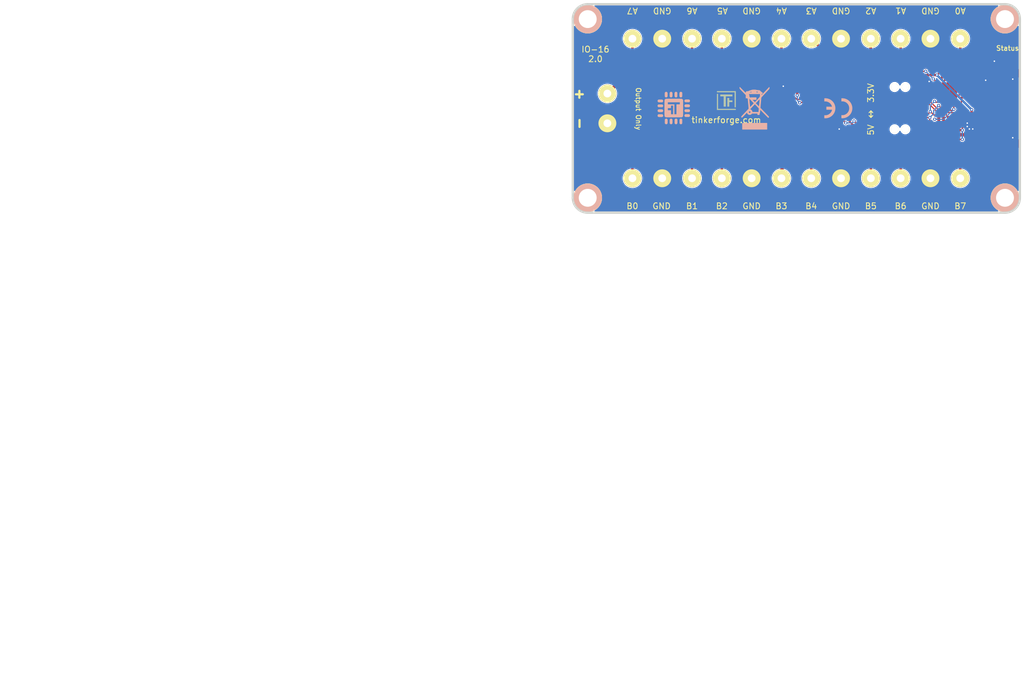
<source format=kicad_pcb>
(kicad_pcb (version 20221018) (generator pcbnew)
  (title_block (title "IO16 Bricklet") (date "2018-03-06") (rev "2.0") (company "Tinkerforge GmbH") (comment 1 "Licensed under CERN OHL v.1.1") (comment 2 "Copyright (©) 2018, L.Lauer <lukas@tinkerforge.com>"))
  (layers (0 "F.Cu" signal "Vorderseite") (31 "B.Cu" signal "Rückseite") (34 "B.Paste" user) (35 "F.Paste" user) (36 "B.SilkS" user "B.Silkscreen") (37 "F.SilkS" user "F.Silkscreen") (38 "B.Mask" user) (39 "F.Mask" user) (44 "Edge.Cuts" user))
  (net 0 "")
  (net 1 "GND")
  (net 2 "SCL")
  (net 3 "SDA")
  (net 4 "VAA")
  (net 5 "VCC")
  (net 6 "Net-(J2-Pad2)")
  (net 7 "Net-(J3-Pad1)")
  (net 8 "Net-(J3-Pad2)")
  (net 9 "Net-(J4-Pad1)")
  (net 10 "Net-(J5-Pad2)")
  (net 11 "Net-(J6-Pad1)")
  (net 12 "Net-(J6-Pad2)")
  (net 13 "Net-(J7-Pad1)")
  (net 14 "Net-(J8-Pad1)")
  (net 15 "Net-(J9-Pad1)")
  (net 16 "Net-(J9-Pad2)")
  (net 17 "Net-(J10-Pad2)")
  (net 18 "Net-(J11-Pad1)")
  (net 19 "Net-(J12-Pad1)")
  (net 20 "Net-(J12-Pad2)")
  (net 21 "Net-(J13-Pad2)")
  (net 22 "Net-(SW1-Pad6)")
  (net 23 "Net-(SW1-Pad5)")
  (net 24 "Net-(SW1-Pad4)")
  (net 25 "Net-(C4-Pad1)")
  (net 26 "Net-(D1-Pad2)")
  (net 27 "Net-(P2-Pad1)")
  (net 28 "Net-(P3-Pad2)")
  (net 29 "Net-(R1-Pad1)")
  (net 30 "RESET")
  (net 31 "INT")
  (net 32 "Net-(P1-Pad4)")
  (net 33 "Net-(P1-Pad5)")
  (net 34 "Net-(P1-Pad6)")
  (net 35 "S-MISO")
  (net 36 "S-MOSI")
  (net 37 "S-CLK")
  (net 38 "S-CS")
  (net 39 "+5V")
  (net 40 "Net-(U1-Pad3)")
  (net 41 "Net-(U1-Pad5)")
  (net 42 "Net-(U1-Pad6)")
  (net 43 "Net-(U1-Pad8)")
  (net 44 "Net-(U1-Pad11)")
  (net 45 "Net-(U1-Pad12)")
  (net 46 "Net-(U1-Pad16)")
  (net 47 "Net-(U1-Pad18)")
  (net 48 "Net-(U1-Pad20)")
  (net 49 "Net-(U1-Pad21)")
  (net 50 "Net-(U1-Pad15)")
  (footprint "kicad-libraries:AKL_5_2" (layer "F.Cu") (at 164 85.32)
    (fp_text reference "J12")
    (fp_text value "AKL_5_2")
  )
  (footprint "kicad-libraries:AKL_5_2" (layer "F.Cu") (at 154 85.32)
    (fp_text reference "J11")
    (fp_text value "AKL_5_2")
  )
  (footprint "kicad-libraries:AKL_5_2" (layer "F.Cu") (at 144 85.32)
    (fp_text reference "J10")
    (fp_text value "AKL_5_2")
  )
  (footprint "kicad-libraries:AKL_5_2" (layer "F.Cu") (at 134 85.32)
    (fp_text reference "J9")
    (fp_text value "AKL_5_2")
  )
  (footprint "kicad-libraries:AKL_5_2" (layer "F.Cu") (at 174 108.75 180)
    (fp_text reference "J7")
    (fp_text value "AKL_5_2")
  )
  (footprint "kicad-libraries:AKL_5_2" (layer "F.Cu") (at 164 108.75 180)
    (fp_text reference "J6")
    (fp_text value "AKL_5_2")
  )
  (footprint "kicad-libraries:AKL_5_2" (layer "F.Cu") (at 154 108.75 180)
    (fp_text reference "J5")
    (fp_text value "AKL_5_2")
  )
  (footprint "kicad-libraries:AKL_5_2" (layer "F.Cu") (at 144 108.75 180)
    (fp_text reference "J4")
    (fp_text value "AKL_5_2")
  )
  (footprint "kicad-libraries:AKL_5_2" (layer "F.Cu") (at 117.29974 97.02546 90)
    (fp_text reference "J1")
    (fp_text value "AKL_5_2")
  )
  (footprint "kicad-libraries:AKL_5_2" (layer "F.Cu") (at 134 108.75 180)
    (fp_text reference "J3")
    (fp_text value "AKL_5_2")
  )
  (footprint "kicad-libraries:AKL_5_2" (layer "F.Cu") (at 174 85.32)
    (fp_text reference "J13")
    (fp_text value "AKL_5_2")
  )
  (footprint "kicad-libraries:AKL_5_2" (layer "F.Cu") (at 124 108.75 180)
    (fp_text reference "J2")
    (fp_text value "AKL_5_2")
  )
  (footprint "kicad-libraries:AKL_5_2" (layer "F.Cu") (at 124 85.32)
    (fp_text reference "J8")
    (fp_text value "AKL_5_2")
  )
  (footprint "kicad-libraries:Logo_31x31" (layer "F.Cu") (at 135.67664 94.12478)
    (fp_text reference "Ref**" hide)
    (fp_text value "Val**" hide)
  )
  (footprint "kicad-libraries:Fiducial_Mark" (layer "F.Cu") (at 180.21 85.05)
    (fp_text reference "Fiducial_Mark" hide)
    (fp_text value "VAL**" hide)
  )
  (footprint "kicad-libraries:Fiducial_Mark" (layer "F.Cu") (at 113 108.03)
    (fp_text reference "Fiducial_Mark" hide)
    (fp_text value "VAL**" hide)
  )
  (footprint "kicad-libraries:SLIDE_SWITCH" (layer "F.Cu") (at 166.38 97.03 90)
    (fp_text reference "SW1")
    (fp_text value "Power_Select")
  )
  (footprint "kicad-libraries:DRILL_NP" (layer "F.Cu") (at 184 82.03)
    (fp_text reference "U4" hide)
    (fp_text value "DRILL" hide)
  )
  (footprint "kicad-libraries:DRILL_NP" (layer "F.Cu") (at 114 82.03 90)
    (fp_text reference "U5" hide)
    (fp_text value "DRILL" hide)
  )
  (footprint "kicad-libraries:DRILL_NP" (layer "F.Cu") (at 114 112.03)
    (fp_text reference "U6" hide)
    (fp_text value "DRILL" hide)
  )
  (footprint "kicad-libraries:DRILL_NP" (layer "F.Cu") (at 184 112.03 180)
    (fp_text reference "U7" hide)
    (fp_text value "DRILL" hide)
  )
  (footprint "kicad-libraries:DEBUG_PAD" (layer "F.Cu") (at 167.88 91.3)
    (fp_text reference "P2")
    (fp_text value "DEBUG")
  )
  (footprint "kicad-libraries:SolderJumper" (layer "F.Cu") (at 181.23 89.1 180)
    (fp_text reference "P3")
    (fp_text value "BOOT")
  )
  (footprint "kicad-libraries:QFN24-4x4mm-0.5mm" (layer "F.Cu") (at 174.66 93.97 -90)
    (fp_text reference "U1")
    (fp_text value "XMC1100")
  )
  (footprint "kicad-libraries:CON-SENSOR2" (layer "F.Cu") (at 186.5 97.03 90)
    (fp_text reference "P1")
    (fp_text value "CON-SENSOR2")
  )
  (footprint "kicad-libraries:TSSOP24-44" (layer "F.Cu") (at 151.42 97.03)
    (fp_text reference "U8")
    (fp_text value "PCAL6416APW")
  )
  (footprint "kicad-libraries:C0805" (layer "F.Cu") (at 179.89 99 -90)
    (fp_text reference "C1")
    (fp_text value "10uF")
  )
  (footprint "kicad-libraries:C0603F" (layer "F.Cu") (at 156.19 99.01 -90)
    (fp_text reference "C2")
    (fp_text value "100nF")
  )
  (footprint "kicad-libraries:C0603F" (layer "F.Cu") (at 146.06 92.57 180)
    (fp_text reference "C3")
    (fp_text value "100nF")
  )
  (footprint "kicad-libraries:C0402F" (layer "F.Cu") (at 180.13 92.8 90)
    (fp_text reference "C4")
    (fp_text value "220pF")
  )
  (footprint "kicad-libraries:C0603F" (layer "F.Cu") (at 178.4 99 -90)
    (fp_text reference "C5")
    (fp_text value "1uF")
  )
  (footprint "kicad-libraries:C0603F" (layer "F.Cu") (at 171.28 93.99 90)
    (fp_text reference "C6")
    (fp_text value "100nF")
  )
  (footprint "kicad-libraries:D0603F" (layer "F.Cu") (at 184.43 88.15)
    (fp_text reference "D1")
    (fp_text value "blue")
  )
  (footprint "kicad-libraries:R0603F" (layer "F.Cu") (at 184.43 89.51)
    (fp_text reference "R1")
    (fp_text value "1k")
  )
  (footprint "kicad-libraries:4X0603" (layer "F.Cu") (at 174.09 99.68 180)
    (fp_text reference "RP1")
    (fp_text value "2k2")
  )
  (footprint "kicad-libraries:4X0402" (layer "F.Cu") (at 179.66 95.13 90)
    (fp_text reference "RP2")
    (fp_text value "82")
  )
  (footprint "kicad-libraries:WEEE_7mm" (layer "B.Cu") (at 142 97 180)
    (fp_text reference "VAL" hide)
    (fp_text value "WEEE_7mm" hide)
  )
  (footprint "kicad-libraries:CE_5mm" (layer "B.Cu") (at 156 97 180)
    (fp_text reference "VAL" hide)
    (fp_text value "CE_5mm" hide)
  )
  (footprint "kicad-libraries:Logo_CoMCU" (layer "B.Cu") (at 128.44 96.96 180)
    (fp_text reference "G***" hide)
    (fp_text value "LOGO" hide)
  )
  (gr_line (start 161.509668 98.533628) (end 161.209948 98.233908) (stroke (width 0.17018)) (layer "F.SilkS"))
  (gr_line (start 161.509668 97.433809) (end 161.809388 97.733529) (stroke (width 0.17018)) (layer "F.SilkS"))
  (gr_line (start 161.509668 98.533628) (end 161.509668 97.631929) (stroke (width 0.17018)) (layer "F.SilkS"))
  (gr_line (start 161.209948 97.733529) (end 161.509668 97.433809) (stroke (width 0.17018)) (layer "F.SilkS"))
  (gr_line (start 161.509668 98.533628) (end 161.809388 98.233908) (stroke (width 0.17018)) (layer "F.SilkS"))
  (gr_line (start 111.5 82.03) (end 111.5 112.03) (stroke (width 0.381)) (layer "Edge.Cuts"))
  (gr_arc (start 184 79.53) (mid 185.767767 80.262233) (end 186.5 82.03) (stroke (width 0.381)) (layer "Edge.Cuts"))
  (gr_line (start 184 79.53) (end 114 79.53) (stroke (width 0.381)) (layer "Edge.Cuts"))
  (gr_line (start 114 114.53) (end 184 114.53) (stroke (width 0.381)) (layer "Edge.Cuts"))
  (gr_arc (start 111.5 82.03) (mid 112.232233 80.262233) (end 114 79.53) (stroke (width 0.381)) (layer "Edge.Cuts"))
  (gr_arc (start 114 114.53) (mid 112.232233 113.797767) (end 111.5 112.03) (stroke (width 0.381)) (layer "Edge.Cuts"))
  (gr_arc (start 186.5 112.03) (mid 185.767767 113.797767) (end 184 114.53) (stroke (width 0.381)) (layer "Edge.Cuts"))
  (gr_line (start 186.5 112.03) (end 186.5 82.03) (stroke (width 0.381)) (layer "Edge.Cuts"))
  (gr_text "Output Only" (at 122.49912 97.09912 270) (layer "F.SilkS") (effects (font (size 0.8001 0.8001) (thickness 0.14986))))
  (gr_text "GND" (at 141.49832 113.4237) (layer "F.SilkS") (effects (font (size 1.00076 1.00076) (thickness 0.14986))))
  (gr_text "+" (at 112.60074 94.54896) (layer "F.SilkS") (effects (font (size 1.50114 1.50114) (thickness 0.37592))))
  (gr_text "B1" (at 131.49834 113.4237) (layer "F.SilkS") (effects (font (size 1.00076 1.00076) (thickness 0.14986))))
  (gr_text "B3" (at 146.49704 113.4237) (layer "F.SilkS") (effects (font (size 1.00076 1.00076) (thickness 0.14986))))
  (gr_text "A0" (at 176.49952 80.62468 180) (layer "F.SilkS") (effects (font (size 1.00076 1.00076) (thickness 0.14986))))
  (gr_text "GND" (at 171.49826 113.4237) (layer "F.SilkS") (effects (font (size 1.00076 1.00076) (thickness 0.14986))))
  (gr_text "A1" (at 166.497 80.62468 180) (layer "F.SilkS") (effects (font (size 1.00076 1.00076) (thickness 0.14986))))
  (gr_text "GND" (at 141.49832 80.62468 180) (layer "F.SilkS") (effects (font (size 1.00076 1.00076) (thickness 0.14986))))
  (gr_text "B6" (at 166.497 113.4237) (layer "F.SilkS") (effects (font (size 1.00076 1.00076) (thickness 0.14986))))
  (gr_text "B0" (at 121.49836 113.4237) (layer "F.SilkS") (effects (font (size 1.00076 1.00076) (thickness 0.14986))))
  (gr_text "B4" (at 151.4983 113.4237) (layer "F.SilkS") (effects (font (size 1.00076 1.00076) (thickness 0.14986))))
  (gr_text "GND" (at 156.49702 80.62468 180) (layer "F.SilkS") (effects (font (size 1.00076 1.00076) (thickness 0.14986))))
  (gr_text "B2" (at 136.49706 113.4237) (layer "F.SilkS") (effects (font (size 1.00076 1.00076) (thickness 0.14986))))
  (gr_text "A7" (at 121.49836 80.62468 180) (layer "F.SilkS") (effects (font (size 1.00076 1.00076) (thickness 0.14986))))
  (gr_text "5V" (at 161.5 100.63 90) (layer "F.SilkS") (effects (font (size 1 1) (thickness 0.14986))))
  (gr_text "A3" (at 151.4983 80.62468 180) (layer "F.SilkS") (effects (font (size 1.00076 1.00076) (thickness 0.14986))))
  (gr_text "B7" (at 176.49952 113.4237) (layer "F.SilkS") (effects (font (size 1.00076 1.00076) (thickness 0.14986))))
  (gr_text "A4" (at 146.49704 80.62468 180) (layer "F.SilkS") (effects (font (size 1.00076 1.00076) (thickness 0.14986))))
  (gr_text "3.3V" (at 161.5 94.43 90) (layer "F.SilkS") (effects (font (size 1 1) (thickness 0.14986))))
  (gr_text "A2" (at 161.49828 80.62468 180) (layer "F.SilkS") (effects (font (size 1.00076 1.00076) (thickness 0.14986))))
  (gr_text "-" (at 112.52454 99.55022 90) (layer "F.SilkS") (effects (font (size 1.50114 1.50114) (thickness 0.37592))))
  (gr_text "A6" (at 131.49834 80.62468 180) (layer "F.SilkS") (effects (font (size 1.00076 1.00076) (thickness 0.14986))))
  (gr_text "GND" (at 156.49702 113.4237) (layer "F.SilkS") (effects (font (size 1.00076 1.00076) (thickness 0.14986))))
  (gr_text "GND" (at 126.39802 113.4237) (layer "F.SilkS") (effects (font (size 1.00076 1.00076) (thickness 0.14986))))
  (gr_text "tinkerforge.com" (at 137.25144 98.97364) (layer "F.SilkS") (effects (font (size 1.00076 1.00076) (thickness 0.14986))))
  (gr_text "IO-16\n2.0" (at 115.29822 87.92464) (layer "F.SilkS") (effects (font (size 1 1) (thickness 0.14986))))
  (gr_text "A5" (at 136.59866 80.62468 180) (layer "F.SilkS") (effects (font (size 1.00076 1.00076) (thickness 0.14986))))
  (gr_text "Status" (at 184.43 86.92) (layer "F.SilkS") (effects (font (size 0.8 0.8))))
  (gr_text "GND" (at 171.49826 80.62468 180) (layer "F.SilkS") (effects (font (size 1.00076 1.00076) (thickness 0.14986))))
  (gr_text "GND" (at 126.49708 80.62468 180) (layer "F.SilkS") (effects (font (size 1.00076 1.00076) (thickness 0.14986))))
  (gr_text "B5" (at 161.49828 113.4237) (layer "F.SilkS") (effects (font (size 1.00076 1.00076) (thickness 0.14986))))
  (segment (start 180.93 99.53) (end 180.45924 100.00076) (width 0.55) (layer "F.Cu") (net 1))
  (segment (start 180.45924 100.00076) (end 179.89 100.00076) (width 0.55) (layer "F.Cu") (net 1))
  (segment (start 178.98 99.75) (end 179.23076 100.00076) (width 0.55) (layer "F.Cu") (net 1))
  (segment (start 179.23076 100.00076) (end 179.89 100.00076) (width 0.55) (layer "F.Cu") (net 1))
  (segment (start 177.92 99.75) (end 177.67 99.5) (width 0.55) (layer "F.Cu") (net 1))
  (segment (start 177.67 100.06) (end 177.98 99.75) (width 0.55) (layer "F.Cu") (net 1))
  (segment (start 178.4 100.11) (end 178.03 100.48) (width 0.55) (layer "F.Cu") (net 1))
  (segment (start 178.4 100.29) (end 178.59 100.48) (width 0.55) (layer "F.Cu") (net 1))
  (segment (start 177.67 100.4) (end 177.75 100.48) (width 0.55) (layer "F.Cu") (net 1))
  (segment (start 177.75 100.48) (end 178.03 100.48) (width 0.55) (layer "F.Cu") (net 1))
  (segment (start 178.15 99.5) (end 178.4 99.75) (width 0.55) (layer "F.Cu") (net 1))
  (segment (start 149.79694 93.32694) (end 149.04 92.57) (width 0.4) (layer "F.Cu") (net 1))
  (segment (start 149.04 92.57) (end 146.81 92.57) (width 0.4) (layer "F.Cu") (net 1))
  (segment (start 154.99732 99.95) (end 154.99378 99.95354) (width 0.4) (layer "F.Cu") (net 1))
  (segment (start 172.1 93.72) (end 171.62 93.24) (width 0.3) (layer "F.Cu") (net 1))
  (segment (start 171.62 93.24) (end 171.28 93.24) (width 0.3) (layer "F.Cu") (net 1))
  (segment (start 173.61 93.72) (end 174.01 93.32) (width 0.3) (layer "F.Cu") (net 1))
  (segment (start 155.27646 99.95354) (end 155.47 99.76) (width 0.2) (layer "F.Cu") (net 1))
  (segment (start 155.47 99.76) (end 156.19 99.76) (width 0.2) (layer "F.Cu") (net 1))
  (segment (start 155.27646 99.95354) (end 155.47 99.76) (width 0.4) (layer "F.Cu") (net 1))
  (segment (start 155.47 99.76) (end 156.19 99.76) (width 0.4) (layer "F.Cu") (net 1))
  (segment (start 181.61 88.55) (end 181.76 88.7) (width 0.2) (layer "F.Cu") (net 1))
  (segment (start 181.76 88.7) (end 181.76 89.11) (width 0.2) (layer "F.Cu") (net 1))
  (segment (start 181.76 89.11) (end 181.73 89.1) (width 0.2) (layer "F.Cu") (net 1))
  (segment (start 181.73 89.52) (end 181.57 89.68) (width 0.2) (layer "F.Cu") (net 1))
  (segment (start 181.57 89.68) (end 181.3 89.68) (width 0.2) (layer "F.Cu") (net 1))
  (segment (start 181.3 89.68) (end 181.455 89.65) (width 0.2) (layer "F.Cu") (net 1))
  (segment (start 146.81 92.57) (end 146.81 93.3) (width 0.55) (layer "F.Cu") (net 1))
  (segment (start 149.79694 94.10646) (end 149.79694 93.32694) (width 0.4) (layer "F.Cu") (net 1))
  (segment (start 185.3 102.93) (end 185.3 101.95) (width 0.55) (layer "F.Cu") (net 1))
  (segment (start 171.28 93.24) (end 171.28 92.5) (width 0.55) (layer "F.Cu") (net 1))
  (segment (start 175.31 94.62) (end 174.01 94.62) (width 0.3) (layer "F.Cu") (net 1))
  (segment (start 174.01 94.62) (end 174.01 93.32) (width 0.3) (layer "F.Cu") (net 1))
  (segment (start 177.67 99.5) (end 178.15 99.5) (width 0.55) (layer "F.Cu") (net 1))
  (segment (start 178.4 99.75) (end 177.92 99.75) (width 0.55) (layer "F.Cu") (net 1))
  (segment (start 172.635 93.72) (end 172.1 93.72) (width 0.3) (layer "F.Cu") (net 1))
  (segment (start 178.59 100.48) (end 178.03 100.48) (width 0.55) (layer "F.Cu") (net 1))
  (segment (start 185.3 91.13) (end 185.3 92.11) (width 0.55) (layer "F.Cu") (net 1))
  (segment (start 178.4 100.29) (end 178.4 99.75) (width 0.55) (layer "F.Cu") (net 1))
  (segment (start 177.67 99.5) (end 177.67 100.06) (width 0.55) (layer "F.Cu") (net 1))
  (segment (start 181.9 99.53) (end 180.93 99.53) (width 0.55) (layer "F.Cu") (net 1))
  (segment (start 181.73 89.1) (end 182.22 89.1) (width 0.25) (layer "F.Cu") (net 1))
  (segment (start 181.455 88.55) (end 181.61 88.55) (width 0.2) (layer "F.Cu") (net 1))
  (segment (start 172.635 93.72) (end 173.61 93.72) (width 0.3) (layer "F.Cu") (net 1))
  (segment (start 174.01 93.32) (end 175.31 93.32) (width 0.3) (layer "F.Cu") (net 1))
  (segment (start 175.31 93.32) (end 175.31 94.62) (width 0.3) (layer "F.Cu") (net 1))
  (segment (start 177.67 100.06) (end 177.67 100.4) (width 0.55) (layer "F.Cu") (net 1))
  (segment (start 180.13 92.3) (end 180.76 92.3) (width 0.55) (layer "F.Cu") (net 1))
  (segment (start 181.73 89.1) (end 181.73 89.52) (width 0.2) (layer "F.Cu") (net 1))
  (segment (start 154.99378 99.95354) (end 155.27646 99.95354) (width 0.4) (layer "F.Cu") (net 1))
  (segment (start 156.19 99.76) (end 156.19 100.49) (width 0.55) (layer "F.Cu") (net 1))
  (segment (start 178.4 99.75) (end 178.98 99.75) (width 0.55) (layer "F.Cu") (net 1))
  (via (at 185.3 101.95) (size 0.55) (drill 0.25) (layers "F.Cu" "B.Cu") (net 1))
  (via (at 178.03 100.48) (size 0.55) (drill 0.25) (layers "F.Cu" "B.Cu") (net 1))
  (via (at 185.3 92.11) (size 0.55) (drill 0.25) (layers "F.Cu" "B.Cu") (net 1))
  (via (at 177.67 99.5) (size 0.55) (drill 0.25) (layers "F.Cu" "B.Cu") (net 1))
  (via (at 178.59 100.48) (size 0.55) (drill 0.25) (layers "F.Cu" "B.Cu") (net 1))
  (via (at 177.67 100.06) (size 0.55) (drill 0.25) (layers "F.Cu" "B.Cu") (net 1))
  (via (at 182.22 89.1) (size 0.55) (drill 0.25) (layers "F.Cu" "B.Cu") (net 1))
  (via (at 171.28 92.5) (size 0.55) (drill 0.25) (layers "F.Cu" "B.Cu") (net 1))
  (via (at 180.76 92.3) (size 0.55) (drill 0.25) (layers "F.Cu" "B.Cu") (net 1))
  (via (at 156.19 100.49) (size 0.55) (drill 0.25) (layers "F.Cu" "B.Cu") (net 1))
  (via (at 146.81 93.3) (size 0.55) (drill 0.25) (layers "F.Cu" "B.Cu") (net 1))
  (segment (start 176.685 96.655) (end 175.61 97.73) (width 0.2) (layer "F.Cu") (net 2))
  (segment (start 175.61 97.73) (end 175.31 97.73) (width 0.2) (layer "F.Cu") (net 2))
  (segment (start 172.72 97.73) (end 171 96.01) (width 0.2) (layer "F.Cu") (net 2))
  (segment (start 171 96.01) (end 149.63 96.01) (width 0.2) (layer "F.Cu") (net 2))
  (segment (start 149.63 96.01) (end 149.57 96.07) (width 0.2) (layer "F.Cu") (net 2))
  (segment (start 149.16 94.82) (end 149.1467 94.8067) (width 0.2) (layer "F.Cu") (net 2))
  (segment (start 149.1467 94.8067) (end 149.1467 94.10646) (width 0.2) (layer "F.Cu") (net 2))
  (segment (start 175.31 97.73) (end 172.72 97.73) (width 0.2) (layer "F.Cu") (net 2))
  (segment (start 175.31 98.80798) (end 175.28888 98.8291) (width 0.2) (layer "F.Cu") (net 2))
  (segment (start 175.31 97.73) (end 175.31 98.80798) (width 0.2) (layer "F.Cu") (net 2))
  (segment (start 176.685 95.22) (end 176.685 96.655) (width 0.2) (layer "F.Cu") (net 2))
  (via (at 149.16 94.82) (size 0.55) (drill 0.25) (layers "F.Cu" "B.Cu") (net 2))
  (via (at 149.57 96.07) (size 0.55) (drill 0.25) (layers "F.Cu" "B.Cu") (net 2))
  (segment (start 149.57 96.07) (end 149.16 95.66) (width 0.2) (layer "B.Cu") (net 2))
  (segment (start 149.16 95.66) (end 149.16 94.82) (width 0.2) (layer "B.Cu") (net 2))
  (segment (start 175.41 97.2) (end 175.24 97.37) (width 0.2) (layer "F.Cu") (net 3))
  (segment (start 175.24 97.37) (end 172.94 97.37) (width 0.2) (layer "F.Cu") (net 3))
  (segment (start 172.94 97.37) (end 171.09 95.52) (width 0.2) (layer "F.Cu") (net 3))
  (segment (start 171.09 95.52) (end 149.11 95.52) (width 0.2) (layer "F.Cu") (net 3))
  (segment (start 149.11 95.52) (end 148.49646 94.90646) (width 0.2) (layer "F.Cu") (net 3))
  (segment (start 148.49646 94.90646) (end 148.49646 94.10646) (width 0.2) (layer "F.Cu") (net 3))
  (segment (start 175.41 97.19) (end 175.41 97.2) (width 0.2) (layer "F.Cu") (net 3))
  (segment (start 175.41 97.16) (end 175.41 97.19) (width 0.2) (layer "F.Cu") (net 3))
  (segment (start 172.2 98.85) (end 172.2209 98.8291) (width 0.2) (layer "F.Cu") (net 3))
  (segment (start 172.89112 98.8291) (end 172.2209 98.8291) (width 0.2) (layer "F.Cu") (net 3))
  (segment (start 175.41 95.995) (end 175.41 97.16) (width 0.2) (layer "F.Cu") (net 3))
  (via (at 172.2 98.85) (size 0.55) (drill 0.25) (layers "F.Cu" "B.Cu") (net 3))
  (via (at 175.41 97.16) (size 0.55) (drill 0.25) (layers "F.Cu" "B.Cu") (net 3))
  (segment (start 173.72 98.85) (end 175.41 97.16) (width 0.2) (layer "B.Cu") (net 3))
  (segment (start 173.72 98.85) (end 172.2 98.85) (width 0.2) (layer "B.Cu") (net 3))
  (segment (start 145.96646 94.10646) (end 145.31 93.45) (width 0.4) (layer "F.Cu") (net 4))
  (segment (start 145.31 93.45) (end 145.31 92.57) (width 0.4) (layer "F.Cu") (net 4))
  (segment (start 119.25584 92.57) (end 117.29974 94.5261) (width 0.55) (layer "F.Cu") (net 4))
  (segment (start 167.35 97.03) (end 166.32 98.06) (width 0.55) (layer "F.Cu") (net 4))
  (segment (start 166.32 98.06) (end 158.47 98.06) (width 0.55) (layer "F.Cu") (net 4))
  (segment (start 158.47 98.06) (end 157.21 96.8) (width 0.55) (layer "F.Cu") (net 4))
  (segment (start 157.21 96.8) (end 145.67 96.8) (width 0.55) (layer "F.Cu") (net 4))
  (segment (start 145.67 96.8) (end 143.5 94.63) (width 0.55) (layer "F.Cu") (net 4))
  (segment (start 143.5 94.63) (end 143.5 92.57) (width 0.55) (layer "F.Cu") (net 4))
  (segment (start 143.5 92.57) (end 119.25584 92.57) (width 0.55) (layer "F.Cu") (net 4))
  (segment (start 169.5804 97.03) (end 167.35 97.03) (width 0.55) (layer "F.Cu") (net 4))
  (segment (start 147.84622 94.10646) (end 145.96646 94.10646) (width 0.4) (layer "F.Cu") (net 4))
  (segment (start 117.29974 94.5261) (end 117.27688 94.54896) (width 0.50038) (layer "F.Cu") (net 4))
  (segment (start 145.31 92.57) (end 143.5 92.57) (width 0.55) (layer "F.Cu") (net 4))
  (segment (start 180.79 98.28) (end 180.50924 97.99924) (width 0.55) (layer "F.Cu") (net 5))
  (segment (start 180.50924 97.99924) (end 179.89 97.99924) (width 0.55) (layer "F.Cu") (net 5))
  (segment (start 179.20076 97.99924) (end 178.95 98.25) (width 0.55) (layer "F.Cu") (net 5))
  (segment (start 178.95 98.25) (end 178.4 98.25) (width 0.55) (layer "F.Cu") (net 5))
  (segment (start 172.12 94.22) (end 171.6 94.74) (width 0.3) (layer "F.Cu") (net 5))
  (segment (start 171.6 94.74) (end 171.28 94.74) (width 0.3) (layer "F.Cu") (net 5))
  (segment (start 172.58 91.42) (end 171.46 91.42) (width 0.4) (layer "F.Cu") (net 5))
  (segment (start 171.46 91.42) (end 170.51 91.42) (width 0.4) (layer "F.Cu") (net 5))
  (segment (start 170.51 91.42) (end 169.5804 92.3496) (width 0.4) (layer "F.Cu") (net 5))
  (segment (start 169.5804 92.3496) (end 169.5804 94.53064) (width 0.4) (layer "F.Cu") (net 5))
  (segment (start 172.64 91.42) (end 173.27 90.79) (width 0.25) (layer "F.Cu") (net 5))
  (segment (start 173.27 90.79) (end 173.95 90.79) (width 0.25) (layer "F.Cu") (net 5))
  (segment (start 173.95 90.79) (end 177.61 87.13) (width 0.25) (layer "F.Cu") (net 5))
  (segment (start 177.61 87.13) (end 181.79 87.13) (width 0.25) (layer "F.Cu") (net 5))
  (segment (start 181.79 87.13) (end 182.81 88.15) (width 0.25) (layer "F.Cu") (net 5))
  (segment (start 182.81 88.15) (end 183.68 88.15) (width 0.25) (layer "F.Cu") (net 5))
  (segment (start 157.15 98.45) (end 158.44 99.74) (width 0.25) (layer "F.Cu") (net 5))
  (segment (start 158.44 99.74) (end 158.44 101.674998) (width 0.25) (layer "F.Cu") (net 5))
  (segment (start 158.44 101.674998) (end 158.995002 102.23) (width 0.25) (layer "F.Cu") (net 5))
  (segment (start 158.995002 102.23) (end 176.84 102.23) (width 0.25) (layer "F.Cu") (net 5))
  (segment (start 176.84 100.67) (end 176.86 100.65) (width 0.25) (layer "F.Cu") (net 5))
  (segment (start 176.86 100.65) (end 176.86 98.94) (width 0.25) (layer "F.Cu") (net 5))
  (segment (start 176.86 98.94) (end 177.55 98.25) (width 0.25) (layer "F.Cu") (net 5))
  (segment (start 177.55 98.25) (end 178.4 98.25) (width 0.25) (layer "F.Cu") (net 5))
  (segment (start 169.78976 94.74) (end 169.5804 94.53064) (width 0.4) (layer "F.Cu") (net 5))
  (segment (start 173.69122 100.5309) (end 174.48878 100.5309) (width 0.4) (layer "F.Cu") (net 5))
  (segment (start 175.42798 100.67) (end 175.28888 100.5309) (width 0.4) (layer "F.Cu") (net 5))
  (segment (start 148.49646 98.99354) (end 149.23 98.26) (width 0.4) (layer "F.Cu") (net 5))
  (segment (start 149.23 98.26) (end 156.19 98.26) (width 0.4) (layer "F.Cu") (net 5))
  (segment (start 178.4 98.25) (end 178.4 97.24) (width 0.4) (layer "F.Cu") (net 5))
  (segment (start 148.49646 99.95354) (end 148.49646 98.99354) (width 0.4) (layer "F.Cu") (net 5))
  (segment (start 181.9 98.28) (end 180.79 98.28) (width 0.55) (layer "F.Cu") (net 5))
  (segment (start 171.28 94.74) (end 169.78976 94.74) (width 0.4) (layer "F.Cu") (net 5))
  (segment (start 175.28888 100.5309) (end 174.48878 100.5309) (width 0.4) (layer "F.Cu") (net 5))
  (segment (start 156.19 98.45) (end 157.15 98.45) (width 0.25) (layer "F.Cu") (net 5))
  (segment (start 172.58 91.42) (end 172.64 91.42) (width 0.25) (layer "F.Cu") (net 5))
  (segment (start 179.89 97.99924) (end 179.20076 97.99924) (width 0.55) (layer "F.Cu") (net 5))
  (segment (start 172.89112 100.5309) (end 173.69122 100.5309) (width 0.4) (layer "F.Cu") (net 5))
  (segment (start 172.635 94.22) (end 172.12 94.22) (width 0.3) (layer "F.Cu") (net 5))
  (segment (start 176.84 100.67) (end 175.42798 100.67) (width 0.4) (layer "F.Cu") (net 5))
  (via (at 176.84 102.23) (size 0.55) (drill 0.25) (layers "F.Cu" "B.Cu") (net 5))
  (via (at 176.84 100.67) (size 0.55) (drill 0.25) (layers "F.Cu" "B.Cu") (net 5))
  (via (at 178.4 97.24) (size 0.55) (drill 0.25) (layers "F.Cu" "B.Cu") (net 5))
  (via (at 172.58 91.42) (size 0.55) (drill 0.25) (layers "F.Cu" "B.Cu") (net 5))
  (segment (start 178.4 97.24) (end 172.58 91.42) (width 0.4) (layer "B.Cu") (net 5))
  (segment (start 176.84 102.23) (end 176.84 100.67) (width 0.25) (layer "B.Cu") (net 5))
  (segment (start 149.79694 100.85306) (end 148.05 102.6) (width 0.4) (layer "F.Cu") (net 6))
  (segment (start 148.05 102.6) (end 123.93 102.6) (width 0.4) (layer "F.Cu") (net 6))
  (segment (start 123.93 102.6) (end 121.50064 105.02936) (width 0.4) (layer "F.Cu") (net 6))
  (segment (start 121.50064 105.02936) (end 121.50064 108.75) (width 0.4) (layer "F.Cu") (net 6))
  (segment (start 149.79694 99.95354) (end 149.79694 100.85306) (width 0.4) (layer "F.Cu") (net 6))
  (segment (start 136.49936 105.65064) (end 138.11 104.04) (width 0.4) (layer "F.Cu") (net 7))
  (segment (start 138.11 104.04) (end 148.76 104.04) (width 0.4) (layer "F.Cu") (net 7))
  (segment (start 148.76 104.04) (end 151.09742 101.70258) (width 0.4) (layer "F.Cu") (net 7))
  (segment (start 151.09742 101.70258) (end 151.09742 99.95354) (width 0.4) (layer "F.Cu") (net 7))
  (segment (start 136.49936 108.75) (end 136.49936 105.65064) (width 0.4) (layer "F.Cu") (net 7))
  (segment (start 131.50064 104.80936) (end 132.96 103.35) (width 0.4) (layer "F.Cu") (net 8))
  (segment (start 132.96 103.35) (end 148.44 103.35) (width 0.4) (layer "F.Cu") (net 8))
  (segment (start 148.44 103.35) (end 150.44718 101.34282) (width 0.4) (layer "F.Cu") (net 8))
  (segment (start 150.44718 101.34282) (end 150.44718 99.95354) (width 0.4) (layer "F.Cu") (net 8))
  (segment (start 131.50064 108.75) (end 131.50064 104.80936) (width 0.4) (layer "F.Cu") (net 8))
  (segment (start 146.49936 107.28064) (end 151.74258 102.03742) (width 0.4) (layer "F.Cu") (net 9))
  (segment (start 151.74258 102.03742) (end 151.74258 99.95354) (width 0.4) (layer "F.Cu") (net 9))
  (segment (start 146.49936 108.75) (end 146.49936 107.28064) (width 0.4) (layer "F.Cu") (net 9))
  (segment (start 151.50064 103.36936) (end 152.39282 102.47718) (width 0.4) (layer "F.Cu") (net 10))
  (segment (start 152.39282 102.47718) (end 152.39282 99.95354) (width 0.4) (layer "F.Cu") (net 10))
  (segment (start 151.50064 108.75) (end 151.50064 103.36936) (width 0.4) (layer "F.Cu") (net 10))
  (segment (start 151.6253 108.5977) (end 151.4983 108.7247) (width 0.29972) (layer "F.Cu") (net 10))
  (segment (start 166.49936 105.50936) (end 164.48 103.49) (width 0.4) (layer "F.Cu") (net 11))
  (segment (start 164.48 103.49) (end 155.54 103.49) (width 0.4) (layer "F.Cu") (net 11))
  (segment (start 155.54 103.49) (end 153.6933 101.6433) (width 0.4) (layer "F.Cu") (net 11))
  (segment (start 153.6933 101.6433) (end 153.6933 99.95354) (width 0.4) (layer "F.Cu") (net 11))
  (segment (start 166.49936 108.75) (end 166.49936 105.50936) (width 0.4) (layer "F.Cu") (net 11))
  (segment (start 161.50064 106.46064) (end 159.2 104.16) (width 0.4) (layer "F.Cu") (net 12))
  (segment (start 159.2 104.16) (end 155.18 104.16) (width 0.4) (layer "F.Cu") (net 12))
  (segment (start 155.18 104.16) (end 153.04306 102.02306) (width 0.4) (layer "F.Cu") (net 12))
  (segment (start 153.04306 102.02306) (end 153.04306 99.95354) (width 0.4) (layer "F.Cu") (net 12))
  (segment (start 161.50064 108.75) (end 161.50064 106.46064) (width 0.4) (layer "F.Cu") (net 12))
  (segment (start 176.49936 105.24936) (end 174.1 102.85) (width 0.4) (layer "F.Cu") (net 13))
  (segment (start 174.1 102.85) (end 155.83 102.85) (width 0.4) (layer "F.Cu") (net 13))
  (segment (start 155.83 102.85) (end 154.34354 101.36354) (width 0.4) (layer "F.Cu") (net 13))
  (segment (start 154.34354 101.36354) (end 154.34354 99.95354) (width 0.4) (layer "F.Cu") (net 13))
  (segment (start 176.49936 108.75) (end 176.49936 105.24936) (width 0.4) (layer "F.Cu") (net 13))
  (segment (start 150.44718 93.13718) (end 148.93 91.62) (width 0.4) (layer "F.Cu") (net 14))
  (segment (start 148.93 91.62) (end 124.84 91.62) (width 0.4) (layer "F.Cu") (net 14))
  (segment (start 124.84 91.62) (end 121.50064 88.28064) (width 0.4) (layer "F.Cu") (net 14))
  (segment (start 121.50064 88.28064) (end 121.50064 85.32) (width 0.4) (layer "F.Cu") (net 14))
  (segment (start 150.44718 94.10646) (end 150.44718 93.13718) (width 0.4) (layer "F.Cu") (net 14))
  (segment (start 151.09742 92.89742) (end 149.03 90.83) (width 0.4) (layer "F.Cu") (net 15))
  (segment (start 149.03 90.83) (end 133.83 90.83) (width 0.4) (layer "F.Cu") (net 15))
  (segment (start 133.83 90.83) (end 131.50064 88.50064) (width 0.4) (layer "F.Cu") (net 15))
  (segment (start 131.50064 88.50064) (end 131.50064 85.32) (width 0.4) (layer "F.Cu") (net 15))
  (segment (start 151.09742 94.10646) (end 151.09742 92.89742) (width 0.4) (layer "F.Cu") (net 15))
  (segment (start 151.74258 92.68258) (end 149.17 90.11) (width 0.4) (layer "F.Cu") (net 16))
  (segment (start 149.17 90.11) (end 138.62 90.11) (width 0.4) (layer "F.Cu") (net 16))
  (segment (start 138.62 90.11) (end 136.49936 87.98936) (width 0.4) (layer "F.Cu") (net 16))
  (segment (start 136.49936 87.98936) (end 136.49936 85.32) (width 0.4) (layer "F.Cu") (net 16))
  (segment (start 151.74258 94.10646) (end 151.74258 92.68258) (width 0.4) (layer "F.Cu") (net 16))
  (segment (start 152.39282 92.20282) (end 149.42 89.23) (width 0.4) (layer "F.Cu") (net 17))
  (segment (start 149.42 89.23) (end 148.05 89.23) (width 0.4) (layer "F.Cu") (net 17))
  (segment (start 148.05 89.23) (end 146.49936 87.67936) (width 0.4) (layer "F.Cu") (net 17))
  (segment (start 146.49936 87.67936) (end 146.49936 85.32) (width 0.4) (layer "F.Cu") (net 17))
  (segment (start 152.39282 94.10646) (end 152.39282 92.20282) (width 0.4) (layer "F.Cu") (net 17))
  (segment (start 153.04306 86.86242) (end 151.50064 85.32) (width 0.4) (layer "F.Cu") (net 18))
  (segment (start 153.04306 94.10646) (end 153.04306 86.86242) (width 0.4) (layer "F.Cu") (net 18))
  (segment (start 151.6253 85.45068) (end 151.4983 85.32368) (width 0.29972) (layer "F.Cu") (net 18))
  (segment (start 153.6933 92.2667) (end 157.31 88.65) (width 0.4) (layer "F.Cu") (net 19))
  (segment (start 157.31 88.65) (end 159.76 88.65) (width 0.4) (layer "F.Cu") (net 19))
  (segment (start 159.76 88.65) (end 161.50064 86.90936) (width 0.4) (layer "F.Cu") (net 19))
  (segment (start 161.50064 86.90936) (end 161.50064 85.32) (width 0.4) (layer "F.Cu") (net 19))
  (segment (start 153.6933 94.10646) (end 153.6933 92.2667) (width 0.4) (layer "F.Cu") (net 19))
  (segment (start 161.49828 85.32368) (end 160.50006 85.32368) (width 0.29972) (layer "F.Cu") (net 19))
  (segment (start 154.34354 92.67646) (end 157.55 89.47) (width 0.4) (layer "F.Cu") (net 20))
  (segment (start 157.55 89.47) (end 164.81 89.47) (width 0.4) (layer "F.Cu") (net 20))
  (segment (start 164.81 89.47) (end 166.49936 87.78064) (width 0.4) (layer "F.Cu") (net 20))
  (segment (start 166.49936 87.78064) (end 166.49936 85.32) (width 0.4) (layer "F.Cu") (net 20))
  (segment (start 154.34354 94.10646) (end 154.34354 92.67646) (width 0.4) (layer "F.Cu") (net 20))
  (segment (start 154.99378 92.99622) (end 157.83 90.16) (width 0.4) (layer "F.Cu") (net 21))
  (segment (start 157.83 90.16) (end 173.4 90.16) (width 0.4) (layer "F.Cu") (net 21))
  (segment (start 173.4 90.16) (end 176.49936 87.06064) (width 0.4) (layer "F.Cu") (net 21))
  (segment (start 176.49936 87.06064) (end 176.49936 85.32) (width 0.4) (layer "F.Cu") (net 21))
  (segment (start 154.99378 94.10646) (end 154.99378 92.99622) (width 0.4) (layer "F.Cu") (net 21))
  (segment (start 180.3 93.28) (end 180.13 93.45) (width 0.2) (layer "F.Cu") (net 25))
  (segment (start 180.13 94.2757) (end 180.235 94.3807) (width 0.2) (layer "F.Cu") (net 25))
  (segment (start 181.9 93.28) (end 181.9 93.21) (width 0.25) (layer "F.Cu") (net 25))
  (segment (start 181.9 93.28) (end 180.3 93.28) (width 0.2) (layer "F.Cu") (net 25))
  (segment (start 180.13 93.45) (end 180.13 94.2757) (width 0.2) (layer "F.Cu") (net 25))
  (segment (start 185.18 89.51) (end 185.18 88.15) (width 0.2) (layer "F.Cu") (net 26))
  (segment (start 172.62 92.72) (end 171.98 92.08) (width 0.2) (layer "F.Cu") (net 27))
  (segment (start 170.69 90.79) (end 170.68 90.8) (width 0.2) (layer "F.Cu") (net 27))
  (segment (start 170.68 90.8) (end 168.38 90.8) (width 0.2) (layer "F.Cu") (net 27))
  (segment (start 168.38 90.8) (end 167.88 91.3) (width 0.2) (layer "F.Cu") (net 27))
  (segment (start 172.635 92.72) (end 172.62 92.72) (width 0.2) (layer "F.Cu") (net 27))
  (via (at 171.98 92.08) (size 0.55) (drill 0.25) (layers "F.Cu" "B.Cu") (net 27))
  (via (at 170.69 90.79) (size 0.55) (drill 0.25) (layers "F.Cu" "B.Cu") (net 27))
  (segment (start 171.98 92.08) (end 170.69 90.79) (width 0.2) (layer "B.Cu") (net 27))
  (segment (start 174.41 91.14) (end 176.45 89.1) (width 0.2) (layer "F.Cu") (net 28))
  (segment (start 176.45 89.1) (end 180.68 89.1) (width 0.2) (layer "F.Cu") (net 28))
  (segment (start 174.41 91.945) (end 174.41 91.14) (width 0.2) (layer "F.Cu") (net 28))
  (segment (start 180.68 89.1) (end 181.08 89.1) (width 0.2) (layer "F.Cu") (net 28))
  (segment (start 175.41 91.22) (end 175.69 90.94) (width 0.2) (layer "F.Cu") (net 29))
  (segment (start 175.69 90.94) (end 182.86 90.94) (width 0.2) (layer "F.Cu") (net 29))
  (segment (start 182.86 90.94) (end 183.68 90.12) (width 0.2) (layer "F.Cu") (net 29))
  (segment (start 183.68 90.12) (end 183.68 89.51) (width 0.2) (layer "F.Cu") (net 29))
  (segment (start 175.41 91.945) (end 175.41 91.22) (width 0.2) (layer "F.Cu") (net 29))
  (segment (start 173.91 96.73) (end 173.7 96.94) (width 0.2) (layer "F.Cu") (net 30))
  (segment (start 173.7 96.94) (end 173.27 96.94) (width 0.2) (layer "F.Cu") (net 30))
  (segment (start 173.27 96.94) (end 172.86 96.53) (width 0.2) (layer "F.Cu") (net 30))
  (segment (start 170.86 98.57) (end 167.27 98.57) (width 0.2) (layer "F.Cu") (net 30))
  (segment (start 167.27 98.57) (end 166.66 99.18) (width 0.2) (layer "F.Cu") (net 30))
  (segment (start 166.66 99.18) (end 165.24 99.18) (width 0.2) (layer "F.Cu") (net 30))
  (segment (start 165.24 99.18) (end 164.47 99.95) (width 0.2) (layer "F.Cu") (net 30))
  (segment (start 164.47 99.95) (end 164.47 100.4) (width 0.2) (layer "F.Cu") (net 30))
  (segment (start 164.47 100.4) (end 164.36 100.51) (width 0.2) (layer "F.Cu") (net 30))
  (segment (start 164.36 100.51) (end 160.29 100.51) (width 0.2) (layer "F.Cu") (net 30))
  (segment (start 171.38 98.58) (end 171.37 98.57) (width 0.2) (layer "F.Cu") (net 30))
  (segment (start 171.37 98.57) (end 170.86 98.57) (width 0.2) (layer "F.Cu") (net 30))
  (segment (start 171.38 99.13) (end 171.95 99.7) (width 0.2) (layer "F.Cu") (net 30))
  (segment (start 171.95 99.7) (end 173.45 99.7) (width 0.2) (layer "F.Cu") (net 30))
  (segment (start 173.45 99.7) (end 173.69122 99.45878) (width 0.2) (layer "F.Cu") (net 30))
  (segment (start 173.69122 99.45878) (end 173.69122 98.8291) (width 0.2) (layer "F.Cu") (net 30))
  (segment (start 160.04 100.51) (end 158.68 99.15) (width 0.2) (layer "F.Cu") (net 30))
  (segment (start 157.28 99.46) (end 156.83 99.01) (width 0.2) (layer "F.Cu") (net 30))
  (segment (start 156.83 99.01) (end 149.32 99.01) (width 0.2) (layer "F.Cu") (net 30))
  (segment (start 149.32 99.01) (end 149.1467 99.1833) (width 0.2) (layer "F.Cu") (net 30))
  (segment (start 149.1467 99.1833) (end 149.1467 99.95354) (width 0.2) (layer "F.Cu") (net 30))
  (segment (start 173.91 95.995) (end 173.91 96.73) (width 0.2) (layer "F.Cu") (net 30))
  (segment (start 160.29 100.51) (end 160.04 100.51) (width 0.2) (layer "F.Cu") (net 30))
  (segment (start 171.38 98.58) (end 171.38 99.13) (width 0.2) (layer "F.Cu") (net 30))
  (via (at 171.38 98.58) (size 0.55) (drill 0.25) (layers "F.Cu" "B.Cu") (net 30))
  (via (at 172.86 96.53) (size 0.55) (drill 0.25) (layers "F.Cu" "B.Cu") (net 30))
  (via (at 157.28 99.46) (size 0.55) (drill 0.25) (layers "F.Cu" "B.Cu") (net 30))
  (via (at 158.68 99.15) (size 0.55) (drill 0.25) (layers "F.Cu" "B.Cu") (net 30))
  (segment (start 172.86 96.56) (end 172.04 97.38) (width 0.2) (layer "B.Cu") (net 30))
  (segment (start 172.04 97.38) (end 172.04 97.92) (width 0.2) (layer "B.Cu") (net 30))
  (segment (start 172.04 97.92) (end 171.38 98.58) (width 0.2) (layer "B.Cu") (net 30))
  (segment (start 158.68 99.15) (end 158.37 99.46) (width 0.2) (layer "B.Cu") (net 30))
  (segment (start 158.37 99.46) (end 157.28 99.46) (width 0.2) (layer "B.Cu") (net 30))
  (segment (start 172.86 96.53) (end 172.86 96.56) (width 0.2) (layer "B.Cu") (net 30))
  (segment (start 171.48 97.57) (end 170.95 98.1) (width 0.2) (layer "F.Cu") (net 31))
  (segment (start 170.95 98.1) (end 167.03 98.1) (width 0.2) (layer "F.Cu") (net 31))
  (segment (start 167.03 98.1) (end 166.53 98.6) (width 0.2) (layer "F.Cu") (net 31))
  (segment (start 166.53 98.6) (end 158.14 98.6) (width 0.2) (layer "F.Cu") (net 31))
  (segment (start 158.14 98.6) (end 156.97 97.43) (width 0.2) (layer "F.Cu") (net 31))
  (segment (start 156.97 97.43) (end 149.25 97.43) (width 0.2) (layer "F.Cu") (net 31))
  (segment (start 149.25 97.43) (end 147.84622 98.83378) (width 0.2) (layer "F.Cu") (net 31))
  (segment (start 147.84622 98.83378) (end 147.84622 99.95354) (width 0.2) (layer "F.Cu") (net 31))
  (segment (start 171.51 97.57) (end 172.06 98.12) (width 0.2) (layer "F.Cu") (net 31))
  (segment (start 172.06 98.12) (end 174.2 98.12) (width 0.2) (layer "F.Cu") (net 31))
  (segment (start 174.2 98.12) (end 174.48878 98.40878) (width 0.2) (layer "F.Cu") (net 31))
  (segment (start 174.48878 98.40878) (end 174.48878 98.8291) (width 0.2) (layer "F.Cu") (net 31))
  (segment (start 172.335 95.995) (end 172.18 95.84) (width 0.2) (layer "F.Cu") (net 31))
  (segment (start 171.48 97.57) (end 171.51 97.57) (width 0.2) (layer "F.Cu") (net 31))
  (segment (start 173.41 95.995) (end 172.335 95.995) (width 0.2) (layer "F.Cu") (net 31))
  (via (at 172.18 95.84) (size 0.55) (drill 0.25) (layers "F.Cu" "B.Cu") (net 31))
  (via (at 171.48 97.57) (size 0.55) (drill 0.25) (layers "F.Cu" "B.Cu") (net 31))
  (segment (start 172.18 95.84) (end 171.48 96.54) (width 0.2) (layer "B.Cu") (net 31))
  (segment (start 171.48 96.54) (end 171.48 97.57) (width 0.2) (layer "B.Cu") (net 31))
  (segment (start 181.42 97.03) (end 180.71 96.32) (width 0.2) (layer "F.Cu") (net 32))
  (segment (start 180.71 96.32) (end 180.71 95.94) (width 0.2) (layer "F.Cu") (net 32))
  (segment (start 180.71 95.94) (end 180.6493 95.8793) (width 0.2) (layer "F.Cu") (net 32))
  (segment (start 180.6493 95.8793) (end 180.235 95.8793) (width 0.2) (layer "F.Cu") (net 32))
  (segment (start 181.9 97.03) (end 181.42 97.03) (width 0.2) (layer "F.Cu") (net 32))
  (segment (start 181.12 95.78) (end 180.71892 95.37892) (width 0.2) (layer "F.Cu") (net 33))
  (segment (start 180.71892 95.37892) (end 180.235 95.37892) (width 0.2) (layer "F.Cu") (net 33))
  (segment (start 181.9 95.78) (end 181.12 95.78) (width 0.2) (layer "F.Cu") (net 33))
  (segment (start 181.24 94.53) (end 180.88892 94.88108) (width 0.2) (layer "F.Cu") (net 34))
  (segment (start 180.88892 94.88108) (end 180.235 94.88108) (width 0.2) (layer "F.Cu") (net 34))
  (segment (start 181.9 94.53) (end 181.5 94.53) (width 0.25) (layer "F.Cu") (net 34))
  (segment (start 181.9 94.53) (end 181.24 94.53) (width 0.2) (layer "F.Cu") (net 34))
  (segment (start 179.085 93.585) (end 177.445 91.945) (width 0.2) (layer "F.Cu") (net 35))
  (segment (start 177.445 91.945) (end 175.91 91.945) (width 0.2) (layer "F.Cu") (net 35))
  (segment (start 179.085 94.3807) (end 179.085 93.585) (width 0.2) (layer "F.Cu") (net 35))
  (segment (start 178.68108 94.88108) (end 178.23 94.43) (width 0.2) (layer "F.Cu") (net 36))
  (segment (start 178.23 94.43) (end 178.23 93.38) (width 0.2) (layer "F.Cu") (net 36))
  (segment (start 178.23 93.38) (end 177.57 92.72) (width 0.2) (layer "F.Cu") (net 36))
  (segment (start 177.57 92.72) (end 176.685 92.72) (width 0.2) (layer "F.Cu") (net 36))
  (segment (start 179.085 94.88108) (end 178.68108 94.88108) (width 0.2) (layer "F.Cu") (net 36))
  (segment (start 178.683942 95.37892) (end 177.872511 94.567489) (width 0.2) (layer "F.Cu") (net 37))
  (segment (start 177.872511 94.567489) (end 177.872511 93.517489) (width 0.2) (layer "F.Cu") (net 37))
  (segment (start 177.872511 93.517489) (end 177.575022 93.22) (width 0.2) (layer "F.Cu") (net 37))
  (segment (start 177.575022 93.22) (end 176.685 93.22) (width 0.2) (layer "F.Cu") (net 37))
  (segment (start 179.085 95.37892) (end 178.683942 95.37892) (width 0.2) (layer "F.Cu") (net 37))
  (segment (start 178.5593 95.8793) (end 177.52 94.84) (width 0.2) (layer "F.Cu") (net 38))
  (segment (start 177.52 94.84) (end 177.52 94.02) (width 0.2) (layer "F.Cu") (net 38))
  (segment (start 177.52 94.02) (end 177.22 93.72) (width 0.2) (layer "F.Cu") (net 38))
  (segment (start 177.22 93.72) (end 176.685 93.72) (width 0.2) (layer "F.Cu") (net 38))
  (segment (start 179.085 95.8793) (end 178.5593 95.8793) (width 0.2) (layer "F.Cu") (net 38))
  (segment (start 180.89 100.78) (end 180.22 101.45) (width 0.55) (layer "F.Cu") (net 39))
  (segment (start 180.22 101.45) (end 170.27 101.45) (width 0.55) (layer "F.Cu") (net 39))
  (segment (start 170.27 101.45) (end 169.5804 100.7604) (width 0.55) (layer "F.Cu") (net 39))
  (segment (start 169.5804 100.7604) (end 169.5804 99.52936) (width 0.55) (layer "F.Cu") (net 39))
  (segment (start 181.9 100.78) (end 180.89 100.78) (width 0.55) (layer "F.Cu") (net 39))
  (zone (net 1) (net_name "GND") (layer "B.Cu") (connect_pads yes (clearance 0.15)) (min_thickness 0.24892) (fill yes (thermal_gap 0.29972) (thermal_bridge_width 0.29972))
    (polygon (pts (xy 186.5 114.53) (xy 111.5 114.53) (xy 111.5 79.53) (xy 186.5 79.53)))
  )
)
</source>
